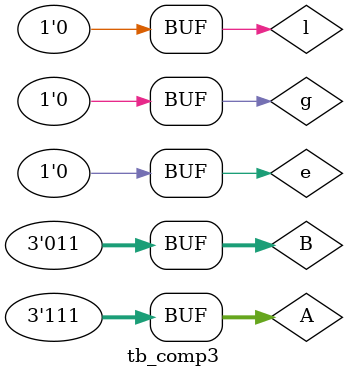
<source format=v>
`timescale 1ns / 1ps


module tb_comp3;

	// Inputs
	reg [2:0] A;
	reg [2:0] B;
	reg l;
	reg e;
	reg g;

	// Outputs
	wire lt;
	wire et;
	wire gt;

	// Instantiate the Unit Under Test (UUT)
	comp3 uut (
		.A(A), 
		.B(B), 
		.l(l), 
		.e(e), 
		.g(g), 
		.lt(lt), 
		.et(et), 
		.gt(gt)
	);

	initial begin
		// Initialize Inputs
		A = 3'b000;
		B = 3'b000;
		l = 0;
		e = 0;
		g = 0;
		#100;
		
		
		A = 3'b001;
		B = 3'b000;
		#100;
		
		
		A = 3'b000;
		B = 3'b001;
		#100;
		
		A = 3'b100;
		B = 3'b011;
		#100;
		
		A = 3'b111;
		B = 3'b011;
		#100;
		
		
        

	end
      
endmodule


</source>
